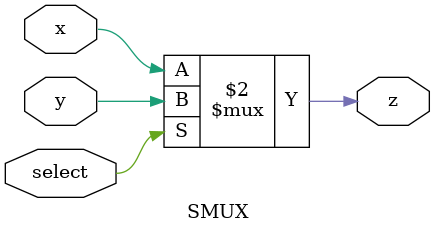
<source format=v>
`timescale 1ns/1ns

module SMUX (input x, y,input select, output z);

assign z = (~select) ? x : y;

endmodule 
</source>
